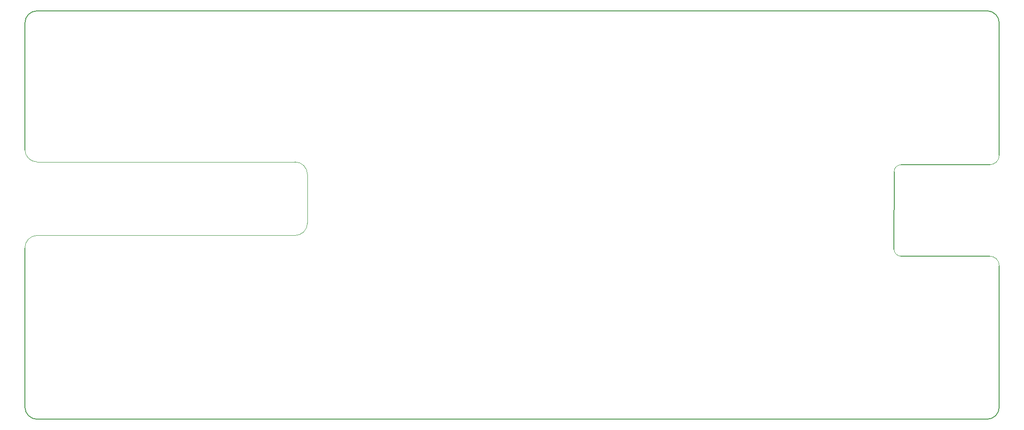
<source format=gbr>
%TF.GenerationSoftware,KiCad,Pcbnew,(7.0.0)*%
%TF.CreationDate,2023-06-07T21:16:20+02:00*%
%TF.ProjectId,pandemonium,70616e64-656d-46f6-9e69-756d2e6b6963,rev?*%
%TF.SameCoordinates,Original*%
%TF.FileFunction,Profile,NP*%
%FSLAX46Y46*%
G04 Gerber Fmt 4.6, Leading zero omitted, Abs format (unit mm)*
G04 Created by KiCad (PCBNEW (7.0.0)) date 2023-06-07 21:16:20*
%MOMM*%
%LPD*%
G01*
G04 APERTURE LIST*
%TA.AperFunction,Profile*%
%ADD10C,0.200000*%
%TD*%
%TA.AperFunction,Profile*%
%ADD11C,0.150000*%
%TD*%
%TA.AperFunction,Profile*%
%ADD12C,0.100000*%
%TD*%
G04 APERTURE END LIST*
D10*
X32543800Y-102393750D02*
G75*
G03*
X34925000Y-104775000I2381300J50D01*
G01*
X219075075Y-104775025D02*
G75*
G03*
X221456325Y-102393825I-75J2381325D01*
G01*
D11*
X201056875Y-71734050D02*
X201073750Y-56652800D01*
D10*
X219075000Y-25400000D02*
X34925000Y-25400000D01*
D12*
X87312500Y-57150000D02*
X87312500Y-66675000D01*
D11*
X202406250Y-55320300D02*
X219630625Y-55303425D01*
D12*
X202406250Y-55320250D02*
G75*
G03*
X201073750Y-56652800I50J-1332550D01*
G01*
D10*
X32543675Y-27781175D02*
X32543675Y-52387500D01*
X221456375Y-27781175D02*
G75*
G03*
X219075075Y-25399925I-2381375J-125D01*
G01*
D12*
X84931250Y-69056250D02*
X34925000Y-69056250D01*
X84931250Y-69056300D02*
G75*
G03*
X87312500Y-66675000I-50J2381300D01*
G01*
X34925000Y-69056250D02*
G75*
G03*
X32543750Y-71437500I-40J-2381210D01*
G01*
D10*
X221456325Y-102393825D02*
X221456250Y-74909050D01*
X34924925Y-25399925D02*
G75*
G03*
X32543675Y-27781175I75J-2381325D01*
G01*
X221456250Y-53477800D02*
X221456250Y-27781250D01*
D12*
X34925000Y-54768750D02*
X84931250Y-54768750D01*
X87312450Y-57150000D02*
G75*
G03*
X84931250Y-54768750I-2381350J-100D01*
G01*
X221456275Y-74909050D02*
G75*
G03*
X219630625Y-73083425I-1825675J-50D01*
G01*
D10*
X34925000Y-104775000D02*
X219075000Y-104775000D01*
D12*
X32543750Y-52387500D02*
G75*
G03*
X34925000Y-54768750I2381350J100D01*
G01*
D10*
X32543750Y-71437500D02*
X32543750Y-102393750D01*
D12*
X219630625Y-55303450D02*
G75*
G03*
X221456250Y-53477800I75J1825550D01*
G01*
X201056875Y-71734050D02*
G75*
G03*
X202406250Y-73083425I1349425J50D01*
G01*
D11*
X219630625Y-73083425D02*
X202406250Y-73083425D01*
M02*

</source>
